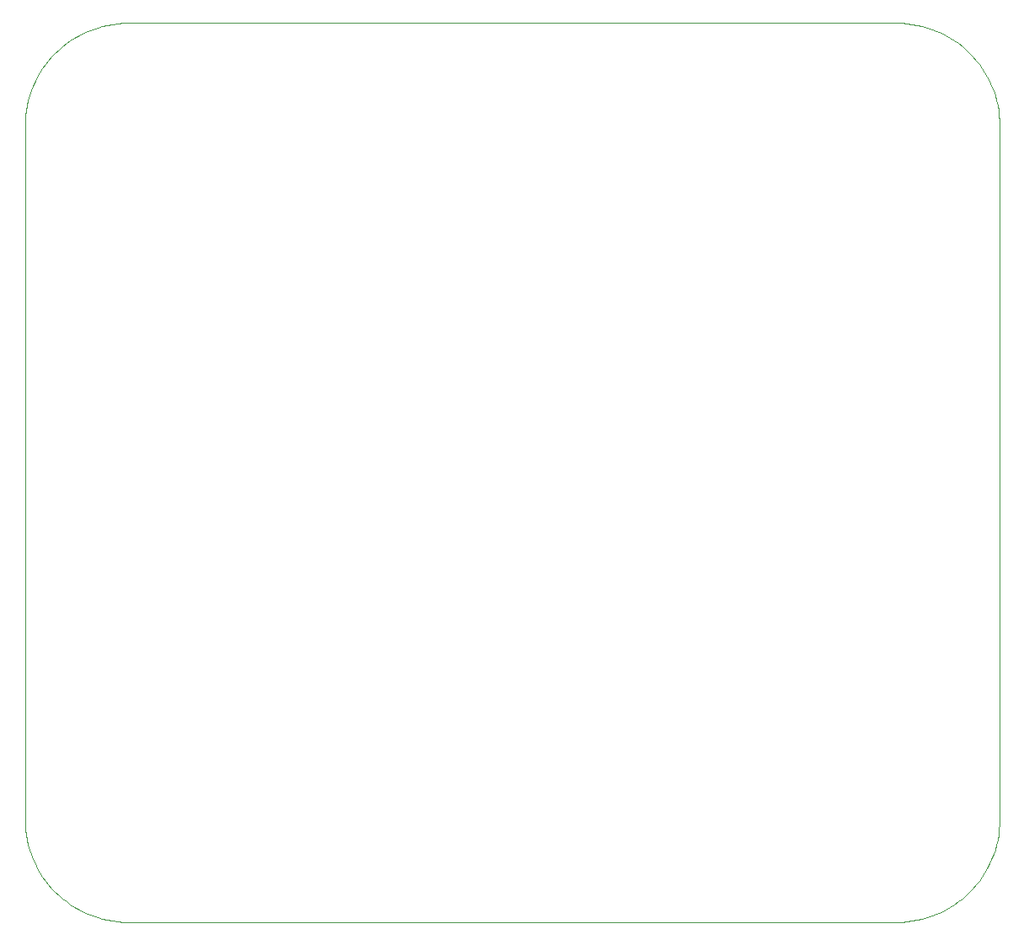
<source format=gbr>
%TF.GenerationSoftware,KiCad,Pcbnew,(5.1.10)-1*%
%TF.CreationDate,2021-10-02T23:47:56-05:00*%
%TF.ProjectId,OzSec 2021 - Volunteer,4f7a5365-6320-4323-9032-31202d20566f,rev?*%
%TF.SameCoordinates,Original*%
%TF.FileFunction,Profile,NP*%
%FSLAX46Y46*%
G04 Gerber Fmt 4.6, Leading zero omitted, Abs format (unit mm)*
G04 Created by KiCad (PCBNEW (5.1.10)-1) date 2021-10-02 23:47:56*
%MOMM*%
%LPD*%
G01*
G04 APERTURE LIST*
%TA.AperFunction,Profile*%
%ADD10C,0.100000*%
%TD*%
G04 APERTURE END LIST*
D10*
X97144180Y-46296620D02*
X174303480Y-46296620D01*
X174303480Y-46296620D02*
X174839080Y-46310080D01*
X174839080Y-46310080D02*
X175367480Y-46350010D01*
X175367480Y-46350010D02*
X175888080Y-46415780D01*
X175888080Y-46415780D02*
X176400080Y-46506740D01*
X176400080Y-46506740D02*
X176902980Y-46622250D01*
X176902980Y-46622250D02*
X177396180Y-46761670D01*
X177396180Y-46761670D02*
X177878880Y-46924360D01*
X177878880Y-46924360D02*
X178350580Y-47109720D01*
X178350580Y-47109720D02*
X178810480Y-47316920D01*
X178810480Y-47316920D02*
X179258080Y-47545620D01*
X179258080Y-47545620D02*
X179692680Y-47794920D01*
X179692680Y-47794920D02*
X180113680Y-48064320D01*
X180113680Y-48064320D02*
X180520380Y-48353120D01*
X180520380Y-48353120D02*
X180912180Y-48660720D01*
X180912180Y-48660720D02*
X181288480Y-48986420D01*
X181288480Y-48986420D02*
X181648480Y-49329620D01*
X181648480Y-49329620D02*
X181991680Y-49689620D01*
X181991680Y-49689620D02*
X182317380Y-50065820D01*
X182317380Y-50065820D02*
X182624980Y-50457620D01*
X182624980Y-50457620D02*
X182913780Y-50864320D01*
X182913780Y-50864320D02*
X183183080Y-51285320D01*
X183183080Y-51285320D02*
X183432480Y-51719920D01*
X183432480Y-51719920D02*
X183661080Y-52167520D01*
X183661080Y-52167520D02*
X183868380Y-52627520D01*
X183868380Y-52627520D02*
X184053680Y-53099220D01*
X184053680Y-53099220D02*
X184216380Y-53581920D01*
X184216380Y-53581920D02*
X184355780Y-54075020D01*
X184355780Y-54075020D02*
X184471280Y-54577920D01*
X184471280Y-54577920D02*
X184562280Y-55090020D01*
X184562280Y-55090020D02*
X184628080Y-55610620D01*
X184628080Y-55610620D02*
X184667980Y-56139020D01*
X184667980Y-56139020D02*
X184681480Y-56674620D01*
X184681480Y-56674620D02*
X184681480Y-126303620D01*
X184681480Y-126303620D02*
X184667980Y-126839220D01*
X184667980Y-126839220D02*
X184628080Y-127367620D01*
X184628080Y-127367620D02*
X184562280Y-127888120D01*
X184562280Y-127888120D02*
X184471280Y-128400220D01*
X184471280Y-128400220D02*
X184355780Y-128903120D01*
X184355780Y-128903120D02*
X184216380Y-129396320D01*
X184216380Y-129396320D02*
X184053680Y-129879020D01*
X184053680Y-129879020D02*
X183868380Y-130350620D01*
X183868380Y-130350620D02*
X183661080Y-130810620D01*
X183661080Y-130810620D02*
X183432480Y-131258220D01*
X183432480Y-131258220D02*
X183183080Y-131692820D01*
X183183080Y-131692820D02*
X182913780Y-132113820D01*
X182913780Y-132113820D02*
X182624980Y-132520520D01*
X182624980Y-132520520D02*
X182317380Y-132912320D01*
X182317380Y-132912320D02*
X181991680Y-133288520D01*
X181991680Y-133288520D02*
X181648480Y-133648620D01*
X181648480Y-133648620D02*
X181288480Y-133991820D01*
X181288480Y-133991820D02*
X180912180Y-134317520D01*
X180912180Y-134317520D02*
X180520380Y-134625020D01*
X180520380Y-134625020D02*
X180113680Y-134913820D01*
X180113680Y-134913820D02*
X179692680Y-135183220D01*
X179692680Y-135183220D02*
X179258080Y-135432620D01*
X179258080Y-135432620D02*
X178810480Y-135661220D01*
X178810480Y-135661220D02*
X178350580Y-135868520D01*
X178350580Y-135868520D02*
X177878880Y-136053820D01*
X177878880Y-136053820D02*
X177396180Y-136216520D01*
X177396180Y-136216520D02*
X176902980Y-136355920D01*
X176902980Y-136355920D02*
X176400080Y-136471420D01*
X176400080Y-136471420D02*
X175888080Y-136562420D01*
X175888080Y-136562420D02*
X175367480Y-136628120D01*
X175367480Y-136628120D02*
X174839080Y-136668120D01*
X174839080Y-136668120D02*
X174303480Y-136681520D01*
X174303480Y-136681520D02*
X97144180Y-136681520D01*
X97144180Y-136681520D02*
X96608580Y-136668120D01*
X96608580Y-136668120D02*
X96080080Y-136628120D01*
X96080080Y-136628120D02*
X95559580Y-136562420D01*
X95559580Y-136562420D02*
X95047480Y-136471420D01*
X95047480Y-136471420D02*
X94544590Y-136355920D01*
X94544590Y-136355920D02*
X94051450Y-136216520D01*
X94051450Y-136216520D02*
X93568720Y-136053820D01*
X93568720Y-136053820D02*
X93097060Y-135868520D01*
X93097060Y-135868520D02*
X92637110Y-135661220D01*
X92637110Y-135661220D02*
X92189500Y-135432620D01*
X92189500Y-135432620D02*
X91754890Y-135183220D01*
X91754890Y-135183220D02*
X91333900Y-134913820D01*
X91333900Y-134913820D02*
X90927190Y-134625020D01*
X90927190Y-134625020D02*
X90535400Y-134317520D01*
X90535400Y-134317520D02*
X90159170Y-133991820D01*
X90159170Y-133991820D02*
X89799140Y-133648620D01*
X89799140Y-133648620D02*
X89455950Y-133288520D01*
X89455950Y-133288520D02*
X89130250Y-132912320D01*
X89130250Y-132912320D02*
X88822680Y-132520520D01*
X88822680Y-132520520D02*
X88533880Y-132113820D01*
X88533880Y-132113820D02*
X88264490Y-131692820D01*
X88264490Y-131692820D02*
X88015150Y-131258220D01*
X88015150Y-131258220D02*
X87786520Y-130810620D01*
X87786520Y-130810620D02*
X87579220Y-130350620D01*
X87579220Y-130350620D02*
X87393910Y-129879020D01*
X87393910Y-129879020D02*
X87231220Y-129396320D01*
X87231220Y-129396320D02*
X87091800Y-128903120D01*
X87091800Y-128903120D02*
X86976290Y-128400220D01*
X86976290Y-128400220D02*
X86885330Y-127888120D01*
X86885330Y-127888120D02*
X86819560Y-127367620D01*
X86819560Y-127367620D02*
X86779630Y-126839220D01*
X86779630Y-126839220D02*
X86766170Y-126303620D01*
X86766170Y-126303620D02*
X86766170Y-56674620D01*
X86766170Y-56674620D02*
X86779630Y-56139020D01*
X86779630Y-56139020D02*
X86819560Y-55610620D01*
X86819560Y-55610620D02*
X86885330Y-55090020D01*
X86885330Y-55090020D02*
X86976290Y-54577920D01*
X86976290Y-54577920D02*
X87091800Y-54075020D01*
X87091800Y-54075020D02*
X87231220Y-53581920D01*
X87231220Y-53581920D02*
X87393910Y-53099220D01*
X87393910Y-53099220D02*
X87579220Y-52627520D01*
X87579220Y-52627520D02*
X87786520Y-52167520D01*
X87786520Y-52167520D02*
X88015150Y-51719920D01*
X88015150Y-51719920D02*
X88264490Y-51285320D01*
X88264490Y-51285320D02*
X88533880Y-50864320D01*
X88533880Y-50864320D02*
X88822680Y-50457620D01*
X88822680Y-50457620D02*
X89130250Y-50065820D01*
X89130250Y-50065820D02*
X89455950Y-49689620D01*
X89455950Y-49689620D02*
X89799140Y-49329620D01*
X89799140Y-49329620D02*
X90159170Y-48986420D01*
X90159170Y-48986420D02*
X90535400Y-48660720D01*
X90535400Y-48660720D02*
X90927190Y-48353120D01*
X90927190Y-48353120D02*
X91333900Y-48064320D01*
X91333900Y-48064320D02*
X91754890Y-47794920D01*
X91754890Y-47794920D02*
X92189500Y-47545620D01*
X92189500Y-47545620D02*
X92637110Y-47316920D01*
X92637110Y-47316920D02*
X93097060Y-47109720D01*
X93097060Y-47109720D02*
X93568720Y-46924360D01*
X93568720Y-46924360D02*
X94051450Y-46761670D01*
X94051450Y-46761670D02*
X94544590Y-46622250D01*
X94544590Y-46622250D02*
X95047480Y-46506740D01*
X95047480Y-46506740D02*
X95559580Y-46415780D01*
X95559580Y-46415780D02*
X96080080Y-46350010D01*
X96080080Y-46350010D02*
X96608580Y-46310080D01*
X96608580Y-46310080D02*
X97144180Y-46296620D01*
X97144180Y-46296620D02*
X97144180Y-46296620D01*
X97144180Y-46296620D02*
X97144180Y-46296620D01*
M02*

</source>
